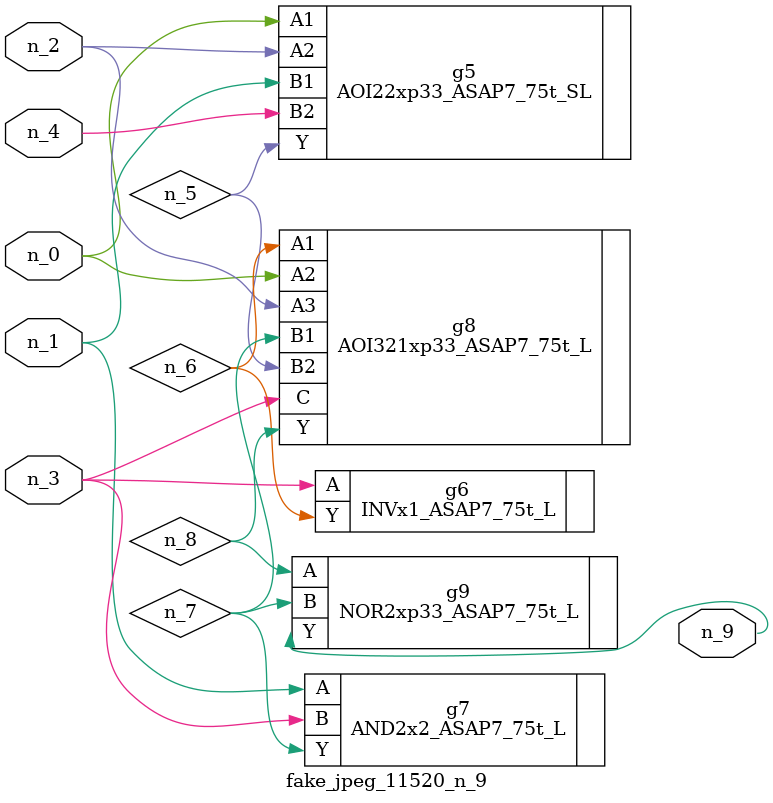
<source format=v>
module fake_jpeg_11520_n_9 (n_3, n_2, n_1, n_0, n_4, n_9);

input n_3;
input n_2;
input n_1;
input n_0;
input n_4;

output n_9;

wire n_8;
wire n_6;
wire n_5;
wire n_7;

AOI22xp33_ASAP7_75t_SL g5 ( 
.A1(n_0),
.A2(n_2),
.B1(n_1),
.B2(n_4),
.Y(n_5)
);

INVx1_ASAP7_75t_L g6 ( 
.A(n_3),
.Y(n_6)
);

AND2x2_ASAP7_75t_L g7 ( 
.A(n_1),
.B(n_3),
.Y(n_7)
);

AOI321xp33_ASAP7_75t_L g8 ( 
.A1(n_6),
.A2(n_0),
.A3(n_2),
.B1(n_7),
.B2(n_5),
.C(n_3),
.Y(n_8)
);

NOR2xp33_ASAP7_75t_L g9 ( 
.A(n_8),
.B(n_7),
.Y(n_9)
);


endmodule
</source>
